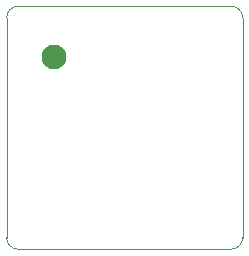
<source format=gbr>
G04 #@! TF.GenerationSoftware,KiCad,Pcbnew,6.0.10+dfsg-1~bpo11+1*
G04 #@! TF.ProjectId,project,70726f6a-6563-4742-9e6b-696361645f70,rev?*
G04 #@! TF.SameCoordinates,Original*
G04 #@! TF.FileFunction,Soldermask,Top*
G04 #@! TF.FilePolarity,Negative*
%FSLAX46Y46*%
G04 Gerber Fmt 4.6, Leading zero omitted, Abs format (unit mm)*
%MOMM*%
%LPD*%
G01*
G04 APERTURE LIST*
G04 #@! TA.AperFunction,Profile*
%ADD10C,0.100000*%
G04 #@! TD*
%ADD11C,2.100000*%
G04 APERTURE END LIST*
D10*
X163500000Y-107400000D02*
G75*
G03*
X162500000Y-108400000I0J-1000000D01*
G01*
X163500000Y-127985393D02*
X181500000Y-127985393D01*
X182500000Y-126992500D02*
X182500000Y-108400000D01*
X162500000Y-108400000D02*
X162500000Y-126992500D01*
X162499907Y-126992500D02*
G75*
G03*
X163500000Y-127985393I996493J3600D01*
G01*
X182500000Y-108400000D02*
G75*
G03*
X181500000Y-107400000I-1000000J0D01*
G01*
X181500000Y-127985300D02*
G75*
G03*
X182500000Y-126992500I3600J996400D01*
G01*
X181500000Y-107400000D02*
X163500000Y-107400000D01*
D11*
X166500000Y-111692500D03*
M02*

</source>
